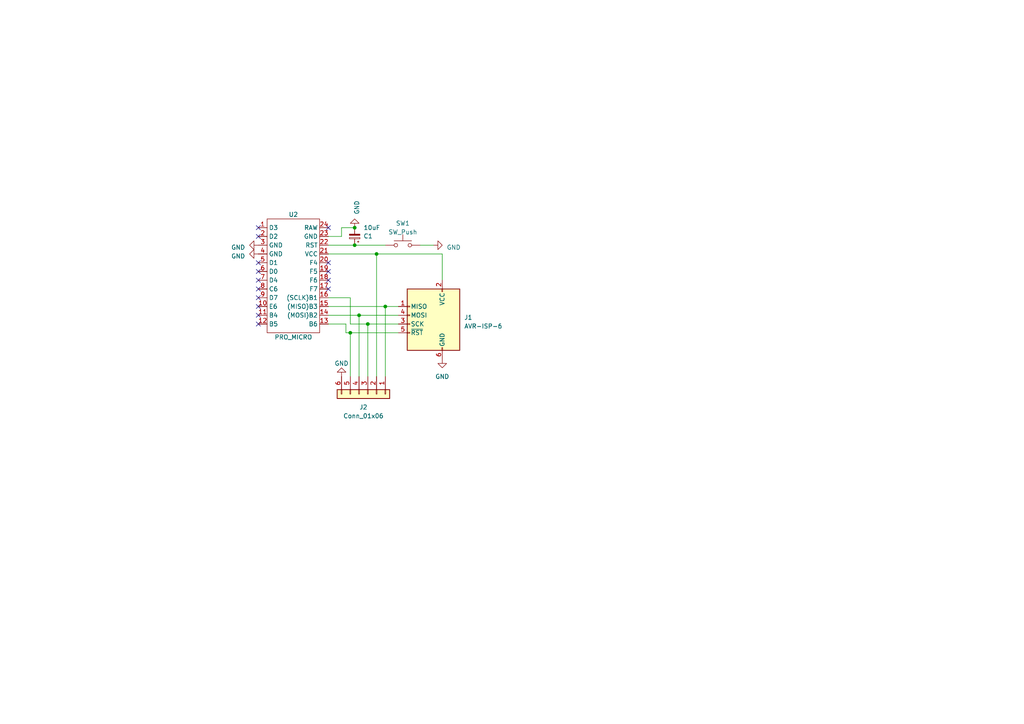
<source format=kicad_sch>
(kicad_sch (version 20230121) (generator eeschema)
  (paper "A4")
  (lib_symbols
    (symbol "Connector:AVR-ISP-6" (pin_names (offset 1.016))
      (property "Reference" "J" (at -6.35 11.43 0))
      (property "Value" "AVR-ISP-6" (at 0 11.43 0))
      (symbol "AVR-ISP-6_0_1"
        (rectangle (start -2.667 -6.858) (end -2.413 -7.62))
        (rectangle (start -2.667 10.16) (end -2.413 9.398))
        (rectangle (start 7.62 -2.413) (end 6.858 -2.667))
        (rectangle (start 7.62 0.127) (end 6.858 -0.127))
        (rectangle (start 7.62 2.667) (end 6.858 2.413))
        (rectangle (start 7.62 5.207) (end 6.858 4.953))
        (rectangle (start 7.62 10.16) (end -7.62 -7.62) (stroke (width 0.254)) (fill (type background)))
      )
      (symbol "AVR-ISP-6_1_1"
        (pin passive line (at 10.16 5.08 180) (length 2.54) (name "MISO") (number "1"))
        (pin passive line (at -2.54 12.7 270) (length 2.54) (name "VCC") (number "2"))
        (pin passive line (at 10.16 0 180) (length 2.54) (name "SCK") (number "3"))
        (pin passive line (at 10.16 2.54 180) (length 2.54) (name "MOSI") (number "4"))
        (pin passive line (at 10.16 -2.54 180) (length 2.54) (name "~{RST}") (number "5"))
        (pin passive line (at -2.54 -10.16 90) (length 2.54) (name "GND") (number "6"))
      )
    )
    (symbol "Connector_Generic:Conn_01x06" (pin_names (offset 1.016) hide)
      (property "Reference" "J" (at 0 7.62 0))
      (property "Value" "Conn_01x06" (at 0 -10.16 0))
      (symbol "Conn_01x06_1_1"
        (rectangle (start -1.27 -7.493) (end 0 -7.747) (stroke (width 0.1524)))
        (rectangle (start -1.27 -4.953) (end 0 -5.207) (stroke (width 0.1524)))
        (rectangle (start -1.27 -2.413) (end 0 -2.667) (stroke (width 0.1524)))
        (rectangle (start -1.27 0.127) (end 0 -0.127) (stroke (width 0.1524)))
        (rectangle (start -1.27 2.667) (end 0 2.413) (stroke (width 0.1524)))
        (rectangle (start -1.27 5.207) (end 0 4.953) (stroke (width 0.1524)))
        (rectangle (start -1.27 6.35) (end 1.27 -8.89) (stroke (width 0.254)) (fill (type background)))
        (pin passive line (at -5.08 5.08 0) (length 3.81) (name "Pin_1") (number "1"))
        (pin passive line (at -5.08 2.54 0) (length 3.81) (name "Pin_2") (number "2"))
        (pin passive line (at -5.08 0 0) (length 3.81) (name "Pin_3") (number "3"))
        (pin passive line (at -5.08 -2.54 0) (length 3.81) (name "Pin_4") (number "4"))
        (pin passive line (at -5.08 -5.08 0) (length 3.81) (name "Pin_5") (number "5"))
        (pin passive line (at -5.08 -7.62 0) (length 3.81) (name "Pin_6") (number "6"))
      )
    )
    (symbol "Device:C_Polarized_Small" (pin_numbers hide) (pin_names (offset 0.254) hide)
      (property "Reference" "C" (at 0.254 1.778 0))
      (property "Value" "C_Polarized_Small" (at 0.254 -2.032 0))
      (symbol "C_Polarized_Small_0_1"
        (rectangle (start -1.524 -0.3048) (end 1.524 -0.6858) (fill (type outline)))
        (rectangle (start -1.524 0.6858) (end 1.524 0.3048))
        (polyline (pts (xy -1.27 1.524) (xy -0.762 1.524)))
        (polyline (pts (xy -1.016 1.27) (xy -1.016 1.778)))
      )
      (symbol "C_Polarized_Small_1_1"
        (pin passive line (at 0 2.54 270) (length 1.8542) (name "~") (number "1"))
        (pin passive line (at 0 -2.54 90) (length 1.8542) (name "~") (number "2"))
      )
    )
    (symbol "Switch:SW_Push" (pin_numbers hide) (pin_names (offset 1.016) hide)
      (property "Reference" "SW" (at 1.27 2.54 0))
      (property "Value" "SW_Push" (at 0 -1.524 0))
      (symbol "SW_Push_0_1"
        (circle (center -2.032 0) (radius 0.508))
        (polyline (pts (xy 0 1.27) (xy 0 3.048)))
        (polyline (pts (xy 2.54 1.27) (xy -2.54 1.27)))
        (circle (center 2.032 0) (radius 0.508))
        (pin passive line (at -5.08 0 0) (length 2.54) (name "1") (number "1"))
        (pin passive line (at 5.08 0 180) (length 2.54) (name "2") (number "2"))
      )
    )
    (symbol "power:GND" (power) (pin_names (offset 0))
      (property "Value" "GND" (at 0 -3.81 0))
      (symbol "GND_0_1"
        (polyline (pts (xy 0 0) (xy 0 -1.27) (xy 1.27 -1.27) (xy 0 -2.54) (xy -1.27 -1.27) (xy 0 -1.27)))
      )
      (symbol "GND_1_1"
        (pin power_in line (at 0 0 270) (length 0) hide (name "GND") (number "1"))
      )
    )
    (symbol "pro_micro_1"
      (property "Reference" "U" (at 0 17.78 0))
      (symbol "pro_micro_1_0_1"
        (rectangle (start -7.62 16.51) (end 7.62 -16.51))
      )
      (symbol "pro_micro_1_1_1"
        (pin bidirectional line (at -10.16 13.97 0) (length 2.54) (name "D3") (number "1"))
        (pin bidirectional line (at -10.16 -8.89 0) (length 2.54) (name "E6") (number "10"))
        (pin bidirectional line (at -10.16 -11.43 0) (length 2.54) (name "B4") (number "11"))
        (pin bidirectional line (at -10.16 -13.97 0) (length 2.54) (name "B5") (number "12"))
        (pin bidirectional line (at 10.16 -13.97 180) (length 2.54) (name "B6") (number "13"))
        (pin bidirectional line (at 10.16 -11.43 180) (length 2.54) (name "(MOSI)B2") (number "14"))
        (pin bidirectional line (at 10.16 -8.89 180) (length 2.54) (name "(MISO)B3") (number "15"))
        (pin bidirectional line (at 10.16 -6.35 180) (length 2.54) (name "(SCLK)B1") (number "16"))
        (pin bidirectional line (at 10.16 -3.81 180) (length 2.54) (name "F7") (number "17"))
        (pin bidirectional line (at 10.16 -1.27 180) (length 2.54) (name "F6") (number "18"))
        (pin bidirectional line (at 10.16 1.27 180) (length 2.54) (name "F5") (number "19"))
        (pin bidirectional line (at -10.16 11.43 0) (length 2.54) (name "D2") (number "2"))
        (pin bidirectional line (at 10.16 3.81 180) (length 2.54) (name "F4") (number "20"))
        (pin bidirectional line (at 10.16 6.35 180) (length 2.54) (name "VCC") (number "21"))
        (pin bidirectional line (at 10.16 8.89 180) (length 2.54) (name "RST") (number "22"))
        (pin bidirectional line (at 10.16 11.43 180) (length 2.54) (name "GND") (number "23"))
        (pin bidirectional line (at 10.16 13.97 180) (length 2.54) (name "RAW") (number "24"))
        (pin bidirectional line (at -10.16 8.89 0) (length 2.54) (name "GND") (number "3"))
        (pin bidirectional line (at -10.16 6.35 0) (length 2.54) (name "GND") (number "4"))
        (pin bidirectional line (at -10.16 3.81 0) (length 2.54) (name "D1") (number "5"))
        (pin bidirectional line (at -10.16 1.27 0) (length 2.54) (name "D0") (number "6"))
        (pin bidirectional line (at -10.16 -1.27 0) (length 2.54) (name "D4") (number "7"))
        (pin bidirectional line (at -10.16 -3.81 0) (length 2.54) (name "C6") (number "8"))
        (pin bidirectional line (at -10.16 -6.35 0) (length 2.54) (name "D7") (number "9"))
      )
    )
  )
  (junction (at 106.68 93.98))
  (junction (at 104.14 91.44))
  (junction (at 102.87 66.04))
  (junction (at 101.6 96.52))
  (junction (at 111.76 88.9))
  (junction (at 102.87 71.12))
  (junction (at 109.22 73.66))
  (no_connect (at 95.25 66.04))
  (no_connect (at 74.93 93.98))
  (no_connect (at 95.25 83.82))
  (no_connect (at 74.93 78.74))
  (no_connect (at 74.93 66.04))
  (no_connect (at 95.25 76.2))
  (no_connect (at 95.25 78.74))
  (no_connect (at 74.93 83.82))
  (no_connect (at 74.93 81.28))
  (no_connect (at 74.93 91.44))
  (no_connect (at 74.93 76.2))
  (no_connect (at 74.93 86.36))
  (no_connect (at 95.25 81.28))
  (no_connect (at 74.93 68.58))
  (no_connect (at 74.93 88.9))
  (wire (pts (xy 101.6 96.52) (xy 101.6 109.22)))
  (wire (pts (xy 102.87 71.12) (xy 111.76 71.12)))
  (wire (pts (xy 121.92 71.12) (xy 125.73 71.12)))
  (wire (pts (xy 128.27 73.66) (xy 128.27 81.28)))
  (wire (pts (xy 104.14 91.44) (xy 115.57 91.44)))
  (wire (pts (xy 101.6 86.36) (xy 101.6 93.98)))
  (wire (pts (xy 95.25 88.9) (xy 111.76 88.9)))
  (wire (pts (xy 99.06 66.04) (xy 102.87 66.04)))
  (wire (pts (xy 101.6 93.98) (xy 106.68 93.98)))
  (wire (pts (xy 95.25 91.44) (xy 104.14 91.44)))
  (wire (pts (xy 95.25 86.36) (xy 101.6 86.36)))
  (wire (pts (xy 100.33 96.52) (xy 101.6 96.52)))
  (wire (pts (xy 95.25 73.66) (xy 109.22 73.66)))
  (wire (pts (xy 101.6 96.52) (xy 115.57 96.52)))
  (wire (pts (xy 106.68 93.98) (xy 115.57 93.98)))
  (wire (pts (xy 111.76 88.9) (xy 115.57 88.9)))
  (wire (pts (xy 111.76 88.9) (xy 111.76 109.22)))
  (wire (pts (xy 99.06 68.58) (xy 99.06 66.04)))
  (wire (pts (xy 95.25 71.12) (xy 102.87 71.12)))
  (wire (pts (xy 95.25 93.98) (xy 100.33 93.98)))
  (wire (pts (xy 109.22 73.66) (xy 109.22 109.22)))
  (wire (pts (xy 106.68 93.98) (xy 106.68 109.22)))
  (wire (pts (xy 100.33 93.98) (xy 100.33 96.52)))
  (wire (pts (xy 104.14 91.44) (xy 104.14 109.22)))
  (wire (pts (xy 109.22 73.66) (xy 128.27 73.66)))
  (wire (pts (xy 95.25 68.58) (xy 99.06 68.58)))
  (symbol (lib_id "power:GND") (at 128.27 104.14 0) (mirror y) (unit 1)
    (property "Reference" "#PWR04" (effects hide))
    (property "Value" "GND" (at 128.27 109.22 0))
  )
  (symbol (lib_name "pro_micro_1") (lib_id "pro_micro:pro_micro") (at 85.09 80.01 0) (unit 1)
    (property "Reference" "U2" (at 85.09 62.23 0))
    (property "Value" "PRO_MICRO" (at 85.09 97.79 0))
    (property "Footprint" "ProMicro:ProMicro-NoSilk" (effects hide))
  )
  (symbol (lib_id "power:GND") (at 74.93 71.12 270) (unit 1)
    (property "Reference" "#PWR02" (effects hide))
    (property "Value" "GND" (at 71.12 71.755 90) (effects (justify right)))
  )
  (symbol (lib_id "Connector_Generic:Conn_01x06") (at 106.68 114.3 270) (unit 1)
    (property "Reference" "J2" (at 105.41 118.11 90))
    (property "Value" "Conn_01x06" (at 105.41 120.65 90))
    (property "Footprint" "Connector_PinHeader_2.54mm:PinHeader_1x06_P2.54mm_Vertical" (effects hide))
  )
  (symbol (lib_id "Switch:SW_Push") (at 116.84 71.12 0) (unit 1)
    (property "Reference" "SW1" (at 116.84 64.77 0))
    (property "Value" "SW_Push" (at 116.84 67.31 0))
    (property "Footprint" "Button_Switch_THT:SW_PUSH_6mm" (effects hide))
  )
  (symbol (lib_id "power:GND") (at 99.06 109.22 0) (mirror x) (unit 1)
    (property "Reference" "#PWR06" (effects hide))
    (property "Value" "GND" (at 99.06 105.41 0))
  )
  (symbol (lib_id "Device:C_Polarized_Small") (at 102.87 68.58 180) (unit 1)
    (property "Reference" "C1" (at 105.41 68.4911 0) (effects (justify right)))
    (property "Value" "10uF" (at 105.41 66.04 0) (effects (justify right)))
    (property "Footprint" "Capacitor_THT:CP_Radial_D5.0mm_P2.50mm" (effects hide))
  )
  (symbol (lib_id "power:GND") (at 74.93 73.66 270) (unit 1)
    (property "Reference" "#PWR03" (effects hide))
    (property "Value" "GND" (at 71.12 74.295 90) (effects (justify right)))
  )
  (symbol (lib_id "power:GND") (at 102.87 66.04 0) (mirror x) (unit 1)
    (property "Reference" "#PWR01" (effects hide))
    (property "Value" "GND" (at 103.505 62.23 90) (effects (justify right)))
  )
  (symbol (lib_id "Connector:AVR-ISP-6") (at 125.73 93.98 0) (mirror y) (unit 1)
    (property "Reference" "J1" (at 134.62 92.075 0) (effects (justify right)))
    (property "Value" "AVR-ISP-6" (at 134.62 94.615 0) (effects (justify right)))
    (property "Footprint" "Connector_IDC:IDC-Header_2x03_P2.54mm_Vertical" (effects hide))
    (property "Datasheet" " ~" (effects hide))
  )
  (symbol (lib_id "power:GND") (at 125.73 71.12 90) (mirror x) (unit 1)
    (property "Reference" "#PWR05" (effects hide))
    (property "Value" "GND" (at 129.54 71.755 90) (effects (justify right)))
  )
)
</source>
